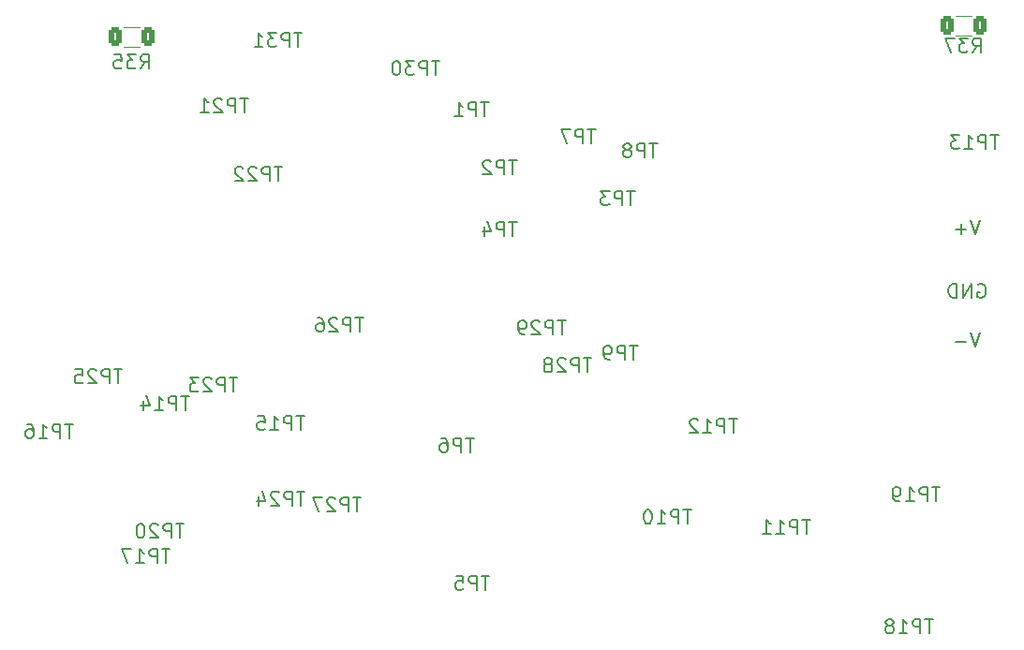
<source format=gbo>
G04 #@! TF.GenerationSoftware,KiCad,Pcbnew,8.0.4*
G04 #@! TF.CreationDate,2024-08-16T16:00:28+02:00*
G04 #@! TF.ProjectId,Purrtico_M,50757272-7469-4636-9f5f-4d2e6b696361,01*
G04 #@! TF.SameCoordinates,Original*
G04 #@! TF.FileFunction,Legend,Bot*
G04 #@! TF.FilePolarity,Positive*
%FSLAX46Y46*%
G04 Gerber Fmt 4.6, Leading zero omitted, Abs format (unit mm)*
G04 Created by KiCad (PCBNEW 8.0.4) date 2024-08-16 16:00:28*
%MOMM*%
%LPD*%
G01*
G04 APERTURE LIST*
G04 Aperture macros list*
%AMRoundRect*
0 Rectangle with rounded corners*
0 $1 Rounding radius*
0 $2 $3 $4 $5 $6 $7 $8 $9 X,Y pos of 4 corners*
0 Add a 4 corners polygon primitive as box body*
4,1,4,$2,$3,$4,$5,$6,$7,$8,$9,$2,$3,0*
0 Add four circle primitives for the rounded corners*
1,1,$1+$1,$2,$3*
1,1,$1+$1,$4,$5*
1,1,$1+$1,$6,$7*
1,1,$1+$1,$8,$9*
0 Add four rect primitives between the rounded corners*
20,1,$1+$1,$2,$3,$4,$5,0*
20,1,$1+$1,$4,$5,$6,$7,0*
20,1,$1+$1,$6,$7,$8,$9,0*
20,1,$1+$1,$8,$9,$2,$3,0*%
G04 Aperture macros list end*
%ADD10C,0.203200*%
%ADD11C,0.120000*%
%ADD12C,1.000000*%
%ADD13R,1.700000X1.700000*%
%ADD14O,1.700000X1.700000*%
%ADD15C,5.600000*%
%ADD16R,1.600000X1.600000*%
%ADD17C,1.600000*%
%ADD18RoundRect,0.250000X-0.312500X-0.625000X0.312500X-0.625000X0.312500X0.625000X-0.312500X0.625000X0*%
%ADD19RoundRect,0.250000X0.312500X0.625000X-0.312500X0.625000X-0.312500X-0.625000X0.312500X-0.625000X0*%
G04 APERTURE END LIST*
D10*
X167385363Y-46824009D02*
X166962030Y-48094009D01*
X166962030Y-48094009D02*
X166538696Y-46824009D01*
X166115364Y-47610199D02*
X165147745Y-47610199D01*
X165631554Y-48094009D02*
X165631554Y-47126390D01*
X167173696Y-52599485D02*
X167294649Y-52539009D01*
X167294649Y-52539009D02*
X167476077Y-52539009D01*
X167476077Y-52539009D02*
X167657506Y-52599485D01*
X167657506Y-52599485D02*
X167778458Y-52720437D01*
X167778458Y-52720437D02*
X167838935Y-52841390D01*
X167838935Y-52841390D02*
X167899411Y-53083294D01*
X167899411Y-53083294D02*
X167899411Y-53264723D01*
X167899411Y-53264723D02*
X167838935Y-53506628D01*
X167838935Y-53506628D02*
X167778458Y-53627580D01*
X167778458Y-53627580D02*
X167657506Y-53748533D01*
X167657506Y-53748533D02*
X167476077Y-53809009D01*
X167476077Y-53809009D02*
X167355125Y-53809009D01*
X167355125Y-53809009D02*
X167173696Y-53748533D01*
X167173696Y-53748533D02*
X167113220Y-53688056D01*
X167113220Y-53688056D02*
X167113220Y-53264723D01*
X167113220Y-53264723D02*
X167355125Y-53264723D01*
X166568935Y-53809009D02*
X166568935Y-52539009D01*
X166568935Y-52539009D02*
X165843220Y-53809009D01*
X165843220Y-53809009D02*
X165843220Y-52539009D01*
X165238459Y-53809009D02*
X165238459Y-52539009D01*
X165238459Y-52539009D02*
X164936078Y-52539009D01*
X164936078Y-52539009D02*
X164754649Y-52599485D01*
X164754649Y-52599485D02*
X164633697Y-52720437D01*
X164633697Y-52720437D02*
X164573220Y-52841390D01*
X164573220Y-52841390D02*
X164512744Y-53083294D01*
X164512744Y-53083294D02*
X164512744Y-53264723D01*
X164512744Y-53264723D02*
X164573220Y-53506628D01*
X164573220Y-53506628D02*
X164633697Y-53627580D01*
X164633697Y-53627580D02*
X164754649Y-53748533D01*
X164754649Y-53748533D02*
X164936078Y-53809009D01*
X164936078Y-53809009D02*
X165238459Y-53809009D01*
X167385363Y-56984009D02*
X166962030Y-58254009D01*
X166962030Y-58254009D02*
X166538696Y-56984009D01*
X166115364Y-57770199D02*
X165147745Y-57770199D01*
X111427380Y-71858959D02*
X110701666Y-71858959D01*
X111064523Y-73128959D02*
X111064523Y-71858959D01*
X110278333Y-73128959D02*
X110278333Y-71858959D01*
X110278333Y-71858959D02*
X109794523Y-71858959D01*
X109794523Y-71858959D02*
X109673571Y-71919435D01*
X109673571Y-71919435D02*
X109613094Y-71979911D01*
X109613094Y-71979911D02*
X109552618Y-72100863D01*
X109552618Y-72100863D02*
X109552618Y-72282292D01*
X109552618Y-72282292D02*
X109613094Y-72403244D01*
X109613094Y-72403244D02*
X109673571Y-72463721D01*
X109673571Y-72463721D02*
X109794523Y-72524197D01*
X109794523Y-72524197D02*
X110278333Y-72524197D01*
X109068809Y-71979911D02*
X109008333Y-71919435D01*
X109008333Y-71919435D02*
X108887380Y-71858959D01*
X108887380Y-71858959D02*
X108584999Y-71858959D01*
X108584999Y-71858959D02*
X108464047Y-71919435D01*
X108464047Y-71919435D02*
X108403571Y-71979911D01*
X108403571Y-71979911D02*
X108343094Y-72100863D01*
X108343094Y-72100863D02*
X108343094Y-72221816D01*
X108343094Y-72221816D02*
X108403571Y-72403244D01*
X108403571Y-72403244D02*
X109129285Y-73128959D01*
X109129285Y-73128959D02*
X108343094Y-73128959D01*
X107919761Y-71858959D02*
X107073094Y-71858959D01*
X107073094Y-71858959D02*
X107617380Y-73128959D01*
X122966618Y-36136959D02*
X122240904Y-36136959D01*
X122603761Y-37406959D02*
X122603761Y-36136959D01*
X121817571Y-37406959D02*
X121817571Y-36136959D01*
X121817571Y-36136959D02*
X121333761Y-36136959D01*
X121333761Y-36136959D02*
X121212809Y-36197435D01*
X121212809Y-36197435D02*
X121152332Y-36257911D01*
X121152332Y-36257911D02*
X121091856Y-36378863D01*
X121091856Y-36378863D02*
X121091856Y-36560292D01*
X121091856Y-36560292D02*
X121152332Y-36681244D01*
X121152332Y-36681244D02*
X121212809Y-36741721D01*
X121212809Y-36741721D02*
X121333761Y-36802197D01*
X121333761Y-36802197D02*
X121817571Y-36802197D01*
X119882332Y-37406959D02*
X120608047Y-37406959D01*
X120245190Y-37406959D02*
X120245190Y-36136959D01*
X120245190Y-36136959D02*
X120366142Y-36318387D01*
X120366142Y-36318387D02*
X120487094Y-36439340D01*
X120487094Y-36439340D02*
X120608047Y-36499816D01*
X129921380Y-55856959D02*
X129195666Y-55856959D01*
X129558523Y-57126959D02*
X129558523Y-55856959D01*
X128772333Y-57126959D02*
X128772333Y-55856959D01*
X128772333Y-55856959D02*
X128288523Y-55856959D01*
X128288523Y-55856959D02*
X128167571Y-55917435D01*
X128167571Y-55917435D02*
X128107094Y-55977911D01*
X128107094Y-55977911D02*
X128046618Y-56098863D01*
X128046618Y-56098863D02*
X128046618Y-56280292D01*
X128046618Y-56280292D02*
X128107094Y-56401244D01*
X128107094Y-56401244D02*
X128167571Y-56461721D01*
X128167571Y-56461721D02*
X128288523Y-56522197D01*
X128288523Y-56522197D02*
X128772333Y-56522197D01*
X127562809Y-55977911D02*
X127502333Y-55917435D01*
X127502333Y-55917435D02*
X127381380Y-55856959D01*
X127381380Y-55856959D02*
X127078999Y-55856959D01*
X127078999Y-55856959D02*
X126958047Y-55917435D01*
X126958047Y-55917435D02*
X126897571Y-55977911D01*
X126897571Y-55977911D02*
X126837094Y-56098863D01*
X126837094Y-56098863D02*
X126837094Y-56219816D01*
X126837094Y-56219816D02*
X126897571Y-56401244D01*
X126897571Y-56401244D02*
X127623285Y-57126959D01*
X127623285Y-57126959D02*
X126837094Y-57126959D01*
X126232332Y-57126959D02*
X125990428Y-57126959D01*
X125990428Y-57126959D02*
X125869475Y-57066483D01*
X125869475Y-57066483D02*
X125808999Y-57006006D01*
X125808999Y-57006006D02*
X125688047Y-56824578D01*
X125688047Y-56824578D02*
X125627570Y-56582673D01*
X125627570Y-56582673D02*
X125627570Y-56098863D01*
X125627570Y-56098863D02*
X125688047Y-55977911D01*
X125688047Y-55977911D02*
X125748523Y-55917435D01*
X125748523Y-55917435D02*
X125869475Y-55856959D01*
X125869475Y-55856959D02*
X126111380Y-55856959D01*
X126111380Y-55856959D02*
X126232332Y-55917435D01*
X126232332Y-55917435D02*
X126292809Y-55977911D01*
X126292809Y-55977911D02*
X126353285Y-56098863D01*
X126353285Y-56098863D02*
X126353285Y-56401244D01*
X126353285Y-56401244D02*
X126292809Y-56522197D01*
X126292809Y-56522197D02*
X126232332Y-56582673D01*
X126232332Y-56582673D02*
X126111380Y-56643149D01*
X126111380Y-56643149D02*
X125869475Y-56643149D01*
X125869475Y-56643149D02*
X125748523Y-56582673D01*
X125748523Y-56582673D02*
X125688047Y-56522197D01*
X125688047Y-56522197D02*
X125627570Y-56401244D01*
X132618618Y-38584959D02*
X131892904Y-38584959D01*
X132255761Y-39854959D02*
X132255761Y-38584959D01*
X131469571Y-39854959D02*
X131469571Y-38584959D01*
X131469571Y-38584959D02*
X130985761Y-38584959D01*
X130985761Y-38584959D02*
X130864809Y-38645435D01*
X130864809Y-38645435D02*
X130804332Y-38705911D01*
X130804332Y-38705911D02*
X130743856Y-38826863D01*
X130743856Y-38826863D02*
X130743856Y-39008292D01*
X130743856Y-39008292D02*
X130804332Y-39129244D01*
X130804332Y-39129244D02*
X130864809Y-39189721D01*
X130864809Y-39189721D02*
X130985761Y-39250197D01*
X130985761Y-39250197D02*
X131469571Y-39250197D01*
X130320523Y-38584959D02*
X129473856Y-38584959D01*
X129473856Y-38584959D02*
X130018142Y-39854959D01*
X132255380Y-59250959D02*
X131529666Y-59250959D01*
X131892523Y-60520959D02*
X131892523Y-59250959D01*
X131106333Y-60520959D02*
X131106333Y-59250959D01*
X131106333Y-59250959D02*
X130622523Y-59250959D01*
X130622523Y-59250959D02*
X130501571Y-59311435D01*
X130501571Y-59311435D02*
X130441094Y-59371911D01*
X130441094Y-59371911D02*
X130380618Y-59492863D01*
X130380618Y-59492863D02*
X130380618Y-59674292D01*
X130380618Y-59674292D02*
X130441094Y-59795244D01*
X130441094Y-59795244D02*
X130501571Y-59855721D01*
X130501571Y-59855721D02*
X130622523Y-59916197D01*
X130622523Y-59916197D02*
X131106333Y-59916197D01*
X129896809Y-59371911D02*
X129836333Y-59311435D01*
X129836333Y-59311435D02*
X129715380Y-59250959D01*
X129715380Y-59250959D02*
X129412999Y-59250959D01*
X129412999Y-59250959D02*
X129292047Y-59311435D01*
X129292047Y-59311435D02*
X129231571Y-59371911D01*
X129231571Y-59371911D02*
X129171094Y-59492863D01*
X129171094Y-59492863D02*
X129171094Y-59613816D01*
X129171094Y-59613816D02*
X129231571Y-59795244D01*
X129231571Y-59795244D02*
X129957285Y-60520959D01*
X129957285Y-60520959D02*
X129171094Y-60520959D01*
X128445380Y-59795244D02*
X128566332Y-59734768D01*
X128566332Y-59734768D02*
X128626809Y-59674292D01*
X128626809Y-59674292D02*
X128687285Y-59553340D01*
X128687285Y-59553340D02*
X128687285Y-59492863D01*
X128687285Y-59492863D02*
X128626809Y-59371911D01*
X128626809Y-59371911D02*
X128566332Y-59311435D01*
X128566332Y-59311435D02*
X128445380Y-59250959D01*
X128445380Y-59250959D02*
X128203475Y-59250959D01*
X128203475Y-59250959D02*
X128082523Y-59311435D01*
X128082523Y-59311435D02*
X128022047Y-59371911D01*
X128022047Y-59371911D02*
X127961570Y-59492863D01*
X127961570Y-59492863D02*
X127961570Y-59553340D01*
X127961570Y-59553340D02*
X128022047Y-59674292D01*
X128022047Y-59674292D02*
X128082523Y-59734768D01*
X128082523Y-59734768D02*
X128203475Y-59795244D01*
X128203475Y-59795244D02*
X128445380Y-59795244D01*
X128445380Y-59795244D02*
X128566332Y-59855721D01*
X128566332Y-59855721D02*
X128626809Y-59916197D01*
X128626809Y-59916197D02*
X128687285Y-60037149D01*
X128687285Y-60037149D02*
X128687285Y-60279054D01*
X128687285Y-60279054D02*
X128626809Y-60400006D01*
X128626809Y-60400006D02*
X128566332Y-60460483D01*
X128566332Y-60460483D02*
X128445380Y-60520959D01*
X128445380Y-60520959D02*
X128203475Y-60520959D01*
X128203475Y-60520959D02*
X128082523Y-60460483D01*
X128082523Y-60460483D02*
X128022047Y-60400006D01*
X128022047Y-60400006D02*
X127961570Y-60279054D01*
X127961570Y-60279054D02*
X127961570Y-60037149D01*
X127961570Y-60037149D02*
X128022047Y-59916197D01*
X128022047Y-59916197D02*
X128082523Y-59855721D01*
X128082523Y-59855721D02*
X128203475Y-59795244D01*
X104315380Y-41978959D02*
X103589666Y-41978959D01*
X103952523Y-43248959D02*
X103952523Y-41978959D01*
X103166333Y-43248959D02*
X103166333Y-41978959D01*
X103166333Y-41978959D02*
X102682523Y-41978959D01*
X102682523Y-41978959D02*
X102561571Y-42039435D01*
X102561571Y-42039435D02*
X102501094Y-42099911D01*
X102501094Y-42099911D02*
X102440618Y-42220863D01*
X102440618Y-42220863D02*
X102440618Y-42402292D01*
X102440618Y-42402292D02*
X102501094Y-42523244D01*
X102501094Y-42523244D02*
X102561571Y-42583721D01*
X102561571Y-42583721D02*
X102682523Y-42644197D01*
X102682523Y-42644197D02*
X103166333Y-42644197D01*
X101956809Y-42099911D02*
X101896333Y-42039435D01*
X101896333Y-42039435D02*
X101775380Y-41978959D01*
X101775380Y-41978959D02*
X101472999Y-41978959D01*
X101472999Y-41978959D02*
X101352047Y-42039435D01*
X101352047Y-42039435D02*
X101291571Y-42099911D01*
X101291571Y-42099911D02*
X101231094Y-42220863D01*
X101231094Y-42220863D02*
X101231094Y-42341816D01*
X101231094Y-42341816D02*
X101291571Y-42523244D01*
X101291571Y-42523244D02*
X102017285Y-43248959D01*
X102017285Y-43248959D02*
X101231094Y-43248959D01*
X100747285Y-42099911D02*
X100686809Y-42039435D01*
X100686809Y-42039435D02*
X100565856Y-41978959D01*
X100565856Y-41978959D02*
X100263475Y-41978959D01*
X100263475Y-41978959D02*
X100142523Y-42039435D01*
X100142523Y-42039435D02*
X100082047Y-42099911D01*
X100082047Y-42099911D02*
X100021570Y-42220863D01*
X100021570Y-42220863D02*
X100021570Y-42341816D01*
X100021570Y-42341816D02*
X100082047Y-42523244D01*
X100082047Y-42523244D02*
X100807761Y-43248959D01*
X100807761Y-43248959D02*
X100021570Y-43248959D01*
X138206618Y-39854959D02*
X137480904Y-39854959D01*
X137843761Y-41124959D02*
X137843761Y-39854959D01*
X137057571Y-41124959D02*
X137057571Y-39854959D01*
X137057571Y-39854959D02*
X136573761Y-39854959D01*
X136573761Y-39854959D02*
X136452809Y-39915435D01*
X136452809Y-39915435D02*
X136392332Y-39975911D01*
X136392332Y-39975911D02*
X136331856Y-40096863D01*
X136331856Y-40096863D02*
X136331856Y-40278292D01*
X136331856Y-40278292D02*
X136392332Y-40399244D01*
X136392332Y-40399244D02*
X136452809Y-40459721D01*
X136452809Y-40459721D02*
X136573761Y-40520197D01*
X136573761Y-40520197D02*
X137057571Y-40520197D01*
X135606142Y-40399244D02*
X135727094Y-40338768D01*
X135727094Y-40338768D02*
X135787571Y-40278292D01*
X135787571Y-40278292D02*
X135848047Y-40157340D01*
X135848047Y-40157340D02*
X135848047Y-40096863D01*
X135848047Y-40096863D02*
X135787571Y-39975911D01*
X135787571Y-39975911D02*
X135727094Y-39915435D01*
X135727094Y-39915435D02*
X135606142Y-39854959D01*
X135606142Y-39854959D02*
X135364237Y-39854959D01*
X135364237Y-39854959D02*
X135243285Y-39915435D01*
X135243285Y-39915435D02*
X135182809Y-39975911D01*
X135182809Y-39975911D02*
X135122332Y-40096863D01*
X135122332Y-40096863D02*
X135122332Y-40157340D01*
X135122332Y-40157340D02*
X135182809Y-40278292D01*
X135182809Y-40278292D02*
X135243285Y-40338768D01*
X135243285Y-40338768D02*
X135364237Y-40399244D01*
X135364237Y-40399244D02*
X135606142Y-40399244D01*
X135606142Y-40399244D02*
X135727094Y-40459721D01*
X135727094Y-40459721D02*
X135787571Y-40520197D01*
X135787571Y-40520197D02*
X135848047Y-40641149D01*
X135848047Y-40641149D02*
X135848047Y-40883054D01*
X135848047Y-40883054D02*
X135787571Y-41004006D01*
X135787571Y-41004006D02*
X135727094Y-41064483D01*
X135727094Y-41064483D02*
X135606142Y-41124959D01*
X135606142Y-41124959D02*
X135364237Y-41124959D01*
X135364237Y-41124959D02*
X135243285Y-41064483D01*
X135243285Y-41064483D02*
X135182809Y-41004006D01*
X135182809Y-41004006D02*
X135122332Y-40883054D01*
X135122332Y-40883054D02*
X135122332Y-40641149D01*
X135122332Y-40641149D02*
X135182809Y-40520197D01*
X135182809Y-40520197D02*
X135243285Y-40459721D01*
X135243285Y-40459721D02*
X135364237Y-40399244D01*
X100251380Y-61028959D02*
X99525666Y-61028959D01*
X99888523Y-62298959D02*
X99888523Y-61028959D01*
X99102333Y-62298959D02*
X99102333Y-61028959D01*
X99102333Y-61028959D02*
X98618523Y-61028959D01*
X98618523Y-61028959D02*
X98497571Y-61089435D01*
X98497571Y-61089435D02*
X98437094Y-61149911D01*
X98437094Y-61149911D02*
X98376618Y-61270863D01*
X98376618Y-61270863D02*
X98376618Y-61452292D01*
X98376618Y-61452292D02*
X98437094Y-61573244D01*
X98437094Y-61573244D02*
X98497571Y-61633721D01*
X98497571Y-61633721D02*
X98618523Y-61694197D01*
X98618523Y-61694197D02*
X99102333Y-61694197D01*
X97892809Y-61149911D02*
X97832333Y-61089435D01*
X97832333Y-61089435D02*
X97711380Y-61028959D01*
X97711380Y-61028959D02*
X97408999Y-61028959D01*
X97408999Y-61028959D02*
X97288047Y-61089435D01*
X97288047Y-61089435D02*
X97227571Y-61149911D01*
X97227571Y-61149911D02*
X97167094Y-61270863D01*
X97167094Y-61270863D02*
X97167094Y-61391816D01*
X97167094Y-61391816D02*
X97227571Y-61573244D01*
X97227571Y-61573244D02*
X97953285Y-62298959D01*
X97953285Y-62298959D02*
X97167094Y-62298959D01*
X96743761Y-61028959D02*
X95957570Y-61028959D01*
X95957570Y-61028959D02*
X96380904Y-61512768D01*
X96380904Y-61512768D02*
X96199475Y-61512768D01*
X96199475Y-61512768D02*
X96078523Y-61573244D01*
X96078523Y-61573244D02*
X96018047Y-61633721D01*
X96018047Y-61633721D02*
X95957570Y-61754673D01*
X95957570Y-61754673D02*
X95957570Y-62057054D01*
X95957570Y-62057054D02*
X96018047Y-62178006D01*
X96018047Y-62178006D02*
X96078523Y-62238483D01*
X96078523Y-62238483D02*
X96199475Y-62298959D01*
X96199475Y-62298959D02*
X96562332Y-62298959D01*
X96562332Y-62298959D02*
X96683285Y-62238483D01*
X96683285Y-62238483D02*
X96743761Y-62178006D01*
X169037380Y-39092959D02*
X168311666Y-39092959D01*
X168674523Y-40362959D02*
X168674523Y-39092959D01*
X167888333Y-40362959D02*
X167888333Y-39092959D01*
X167888333Y-39092959D02*
X167404523Y-39092959D01*
X167404523Y-39092959D02*
X167283571Y-39153435D01*
X167283571Y-39153435D02*
X167223094Y-39213911D01*
X167223094Y-39213911D02*
X167162618Y-39334863D01*
X167162618Y-39334863D02*
X167162618Y-39516292D01*
X167162618Y-39516292D02*
X167223094Y-39637244D01*
X167223094Y-39637244D02*
X167283571Y-39697721D01*
X167283571Y-39697721D02*
X167404523Y-39758197D01*
X167404523Y-39758197D02*
X167888333Y-39758197D01*
X165953094Y-40362959D02*
X166678809Y-40362959D01*
X166315952Y-40362959D02*
X166315952Y-39092959D01*
X166315952Y-39092959D02*
X166436904Y-39274387D01*
X166436904Y-39274387D02*
X166557856Y-39395340D01*
X166557856Y-39395340D02*
X166678809Y-39455816D01*
X165529761Y-39092959D02*
X164743570Y-39092959D01*
X164743570Y-39092959D02*
X165166904Y-39576768D01*
X165166904Y-39576768D02*
X164985475Y-39576768D01*
X164985475Y-39576768D02*
X164864523Y-39637244D01*
X164864523Y-39637244D02*
X164804047Y-39697721D01*
X164804047Y-39697721D02*
X164743570Y-39818673D01*
X164743570Y-39818673D02*
X164743570Y-40121054D01*
X164743570Y-40121054D02*
X164804047Y-40242006D01*
X164804047Y-40242006D02*
X164864523Y-40302483D01*
X164864523Y-40302483D02*
X164985475Y-40362959D01*
X164985475Y-40362959D02*
X165348332Y-40362959D01*
X165348332Y-40362959D02*
X165469285Y-40302483D01*
X165469285Y-40302483D02*
X165529761Y-40242006D01*
X152019380Y-73890959D02*
X151293666Y-73890959D01*
X151656523Y-75160959D02*
X151656523Y-73890959D01*
X150870333Y-75160959D02*
X150870333Y-73890959D01*
X150870333Y-73890959D02*
X150386523Y-73890959D01*
X150386523Y-73890959D02*
X150265571Y-73951435D01*
X150265571Y-73951435D02*
X150205094Y-74011911D01*
X150205094Y-74011911D02*
X150144618Y-74132863D01*
X150144618Y-74132863D02*
X150144618Y-74314292D01*
X150144618Y-74314292D02*
X150205094Y-74435244D01*
X150205094Y-74435244D02*
X150265571Y-74495721D01*
X150265571Y-74495721D02*
X150386523Y-74556197D01*
X150386523Y-74556197D02*
X150870333Y-74556197D01*
X148935094Y-75160959D02*
X149660809Y-75160959D01*
X149297952Y-75160959D02*
X149297952Y-73890959D01*
X149297952Y-73890959D02*
X149418904Y-74072387D01*
X149418904Y-74072387D02*
X149539856Y-74193340D01*
X149539856Y-74193340D02*
X149660809Y-74253816D01*
X147725570Y-75160959D02*
X148451285Y-75160959D01*
X148088428Y-75160959D02*
X148088428Y-73890959D01*
X148088428Y-73890959D02*
X148209380Y-74072387D01*
X148209380Y-74072387D02*
X148330332Y-74193340D01*
X148330332Y-74193340D02*
X148451285Y-74253816D01*
X95885380Y-62714959D02*
X95159666Y-62714959D01*
X95522523Y-63984959D02*
X95522523Y-62714959D01*
X94736333Y-63984959D02*
X94736333Y-62714959D01*
X94736333Y-62714959D02*
X94252523Y-62714959D01*
X94252523Y-62714959D02*
X94131571Y-62775435D01*
X94131571Y-62775435D02*
X94071094Y-62835911D01*
X94071094Y-62835911D02*
X94010618Y-62956863D01*
X94010618Y-62956863D02*
X94010618Y-63138292D01*
X94010618Y-63138292D02*
X94071094Y-63259244D01*
X94071094Y-63259244D02*
X94131571Y-63319721D01*
X94131571Y-63319721D02*
X94252523Y-63380197D01*
X94252523Y-63380197D02*
X94736333Y-63380197D01*
X92801094Y-63984959D02*
X93526809Y-63984959D01*
X93163952Y-63984959D02*
X93163952Y-62714959D01*
X93163952Y-62714959D02*
X93284904Y-62896387D01*
X93284904Y-62896387D02*
X93405856Y-63017340D01*
X93405856Y-63017340D02*
X93526809Y-63077816D01*
X91712523Y-63138292D02*
X91712523Y-63984959D01*
X92014904Y-62654483D02*
X92317285Y-63561625D01*
X92317285Y-63561625D02*
X91531094Y-63561625D01*
X85392380Y-65219959D02*
X84666666Y-65219959D01*
X85029523Y-66489959D02*
X85029523Y-65219959D01*
X84243333Y-66489959D02*
X84243333Y-65219959D01*
X84243333Y-65219959D02*
X83759523Y-65219959D01*
X83759523Y-65219959D02*
X83638571Y-65280435D01*
X83638571Y-65280435D02*
X83578094Y-65340911D01*
X83578094Y-65340911D02*
X83517618Y-65461863D01*
X83517618Y-65461863D02*
X83517618Y-65643292D01*
X83517618Y-65643292D02*
X83578094Y-65764244D01*
X83578094Y-65764244D02*
X83638571Y-65824721D01*
X83638571Y-65824721D02*
X83759523Y-65885197D01*
X83759523Y-65885197D02*
X84243333Y-65885197D01*
X82308094Y-66489959D02*
X83033809Y-66489959D01*
X82670952Y-66489959D02*
X82670952Y-65219959D01*
X82670952Y-65219959D02*
X82791904Y-65401387D01*
X82791904Y-65401387D02*
X82912856Y-65522340D01*
X82912856Y-65522340D02*
X83033809Y-65582816D01*
X81219523Y-65219959D02*
X81461428Y-65219959D01*
X81461428Y-65219959D02*
X81582380Y-65280435D01*
X81582380Y-65280435D02*
X81642856Y-65340911D01*
X81642856Y-65340911D02*
X81763809Y-65522340D01*
X81763809Y-65522340D02*
X81824285Y-65764244D01*
X81824285Y-65764244D02*
X81824285Y-66248054D01*
X81824285Y-66248054D02*
X81763809Y-66369006D01*
X81763809Y-66369006D02*
X81703332Y-66429483D01*
X81703332Y-66429483D02*
X81582380Y-66489959D01*
X81582380Y-66489959D02*
X81340475Y-66489959D01*
X81340475Y-66489959D02*
X81219523Y-66429483D01*
X81219523Y-66429483D02*
X81159047Y-66369006D01*
X81159047Y-66369006D02*
X81098570Y-66248054D01*
X81098570Y-66248054D02*
X81098570Y-65945673D01*
X81098570Y-65945673D02*
X81159047Y-65824721D01*
X81159047Y-65824721D02*
X81219523Y-65764244D01*
X81219523Y-65764244D02*
X81340475Y-65703768D01*
X81340475Y-65703768D02*
X81582380Y-65703768D01*
X81582380Y-65703768D02*
X81703332Y-65764244D01*
X81703332Y-65764244D02*
X81763809Y-65824721D01*
X81763809Y-65824721D02*
X81824285Y-65945673D01*
X118539380Y-32402959D02*
X117813666Y-32402959D01*
X118176523Y-33672959D02*
X118176523Y-32402959D01*
X117390333Y-33672959D02*
X117390333Y-32402959D01*
X117390333Y-32402959D02*
X116906523Y-32402959D01*
X116906523Y-32402959D02*
X116785571Y-32463435D01*
X116785571Y-32463435D02*
X116725094Y-32523911D01*
X116725094Y-32523911D02*
X116664618Y-32644863D01*
X116664618Y-32644863D02*
X116664618Y-32826292D01*
X116664618Y-32826292D02*
X116725094Y-32947244D01*
X116725094Y-32947244D02*
X116785571Y-33007721D01*
X116785571Y-33007721D02*
X116906523Y-33068197D01*
X116906523Y-33068197D02*
X117390333Y-33068197D01*
X116241285Y-32402959D02*
X115455094Y-32402959D01*
X115455094Y-32402959D02*
X115878428Y-32886768D01*
X115878428Y-32886768D02*
X115696999Y-32886768D01*
X115696999Y-32886768D02*
X115576047Y-32947244D01*
X115576047Y-32947244D02*
X115515571Y-33007721D01*
X115515571Y-33007721D02*
X115455094Y-33128673D01*
X115455094Y-33128673D02*
X115455094Y-33431054D01*
X115455094Y-33431054D02*
X115515571Y-33552006D01*
X115515571Y-33552006D02*
X115576047Y-33612483D01*
X115576047Y-33612483D02*
X115696999Y-33672959D01*
X115696999Y-33672959D02*
X116059856Y-33672959D01*
X116059856Y-33672959D02*
X116180809Y-33612483D01*
X116180809Y-33612483D02*
X116241285Y-33552006D01*
X114668904Y-32402959D02*
X114547951Y-32402959D01*
X114547951Y-32402959D02*
X114426999Y-32463435D01*
X114426999Y-32463435D02*
X114366523Y-32523911D01*
X114366523Y-32523911D02*
X114306047Y-32644863D01*
X114306047Y-32644863D02*
X114245570Y-32886768D01*
X114245570Y-32886768D02*
X114245570Y-33189149D01*
X114245570Y-33189149D02*
X114306047Y-33431054D01*
X114306047Y-33431054D02*
X114366523Y-33552006D01*
X114366523Y-33552006D02*
X114426999Y-33612483D01*
X114426999Y-33612483D02*
X114547951Y-33672959D01*
X114547951Y-33672959D02*
X114668904Y-33672959D01*
X114668904Y-33672959D02*
X114789856Y-33612483D01*
X114789856Y-33612483D02*
X114850332Y-33552006D01*
X114850332Y-33552006D02*
X114910809Y-33431054D01*
X114910809Y-33431054D02*
X114971285Y-33189149D01*
X114971285Y-33189149D02*
X114971285Y-32886768D01*
X114971285Y-32886768D02*
X114910809Y-32644863D01*
X114910809Y-32644863D02*
X114850332Y-32523911D01*
X114850332Y-32523911D02*
X114789856Y-32463435D01*
X114789856Y-32463435D02*
X114668904Y-32402959D01*
X89837380Y-60266959D02*
X89111666Y-60266959D01*
X89474523Y-61536959D02*
X89474523Y-60266959D01*
X88688333Y-61536959D02*
X88688333Y-60266959D01*
X88688333Y-60266959D02*
X88204523Y-60266959D01*
X88204523Y-60266959D02*
X88083571Y-60327435D01*
X88083571Y-60327435D02*
X88023094Y-60387911D01*
X88023094Y-60387911D02*
X87962618Y-60508863D01*
X87962618Y-60508863D02*
X87962618Y-60690292D01*
X87962618Y-60690292D02*
X88023094Y-60811244D01*
X88023094Y-60811244D02*
X88083571Y-60871721D01*
X88083571Y-60871721D02*
X88204523Y-60932197D01*
X88204523Y-60932197D02*
X88688333Y-60932197D01*
X87478809Y-60387911D02*
X87418333Y-60327435D01*
X87418333Y-60327435D02*
X87297380Y-60266959D01*
X87297380Y-60266959D02*
X86994999Y-60266959D01*
X86994999Y-60266959D02*
X86874047Y-60327435D01*
X86874047Y-60327435D02*
X86813571Y-60387911D01*
X86813571Y-60387911D02*
X86753094Y-60508863D01*
X86753094Y-60508863D02*
X86753094Y-60629816D01*
X86753094Y-60629816D02*
X86813571Y-60811244D01*
X86813571Y-60811244D02*
X87539285Y-61536959D01*
X87539285Y-61536959D02*
X86753094Y-61536959D01*
X85604047Y-60266959D02*
X86208809Y-60266959D01*
X86208809Y-60266959D02*
X86269285Y-60871721D01*
X86269285Y-60871721D02*
X86208809Y-60811244D01*
X86208809Y-60811244D02*
X86087856Y-60750768D01*
X86087856Y-60750768D02*
X85785475Y-60750768D01*
X85785475Y-60750768D02*
X85664523Y-60811244D01*
X85664523Y-60811244D02*
X85604047Y-60871721D01*
X85604047Y-60871721D02*
X85543570Y-60992673D01*
X85543570Y-60992673D02*
X85543570Y-61295054D01*
X85543570Y-61295054D02*
X85604047Y-61416006D01*
X85604047Y-61416006D02*
X85664523Y-61476483D01*
X85664523Y-61476483D02*
X85785475Y-61536959D01*
X85785475Y-61536959D02*
X86087856Y-61536959D01*
X86087856Y-61536959D02*
X86208809Y-61476483D01*
X86208809Y-61476483D02*
X86269285Y-61416006D01*
X136174618Y-44172959D02*
X135448904Y-44172959D01*
X135811761Y-45442959D02*
X135811761Y-44172959D01*
X135025571Y-45442959D02*
X135025571Y-44172959D01*
X135025571Y-44172959D02*
X134541761Y-44172959D01*
X134541761Y-44172959D02*
X134420809Y-44233435D01*
X134420809Y-44233435D02*
X134360332Y-44293911D01*
X134360332Y-44293911D02*
X134299856Y-44414863D01*
X134299856Y-44414863D02*
X134299856Y-44596292D01*
X134299856Y-44596292D02*
X134360332Y-44717244D01*
X134360332Y-44717244D02*
X134420809Y-44777721D01*
X134420809Y-44777721D02*
X134541761Y-44838197D01*
X134541761Y-44838197D02*
X135025571Y-44838197D01*
X133876523Y-44172959D02*
X133090332Y-44172959D01*
X133090332Y-44172959D02*
X133513666Y-44656768D01*
X133513666Y-44656768D02*
X133332237Y-44656768D01*
X133332237Y-44656768D02*
X133211285Y-44717244D01*
X133211285Y-44717244D02*
X133150809Y-44777721D01*
X133150809Y-44777721D02*
X133090332Y-44898673D01*
X133090332Y-44898673D02*
X133090332Y-45201054D01*
X133090332Y-45201054D02*
X133150809Y-45322006D01*
X133150809Y-45322006D02*
X133211285Y-45382483D01*
X133211285Y-45382483D02*
X133332237Y-45442959D01*
X133332237Y-45442959D02*
X133695094Y-45442959D01*
X133695094Y-45442959D02*
X133816047Y-45382483D01*
X133816047Y-45382483D02*
X133876523Y-45322006D01*
X123014618Y-78935959D02*
X122288904Y-78935959D01*
X122651761Y-80205959D02*
X122651761Y-78935959D01*
X121865571Y-80205959D02*
X121865571Y-78935959D01*
X121865571Y-78935959D02*
X121381761Y-78935959D01*
X121381761Y-78935959D02*
X121260809Y-78996435D01*
X121260809Y-78996435D02*
X121200332Y-79056911D01*
X121200332Y-79056911D02*
X121139856Y-79177863D01*
X121139856Y-79177863D02*
X121139856Y-79359292D01*
X121139856Y-79359292D02*
X121200332Y-79480244D01*
X121200332Y-79480244D02*
X121260809Y-79540721D01*
X121260809Y-79540721D02*
X121381761Y-79601197D01*
X121381761Y-79601197D02*
X121865571Y-79601197D01*
X119990809Y-78935959D02*
X120595571Y-78935959D01*
X120595571Y-78935959D02*
X120656047Y-79540721D01*
X120656047Y-79540721D02*
X120595571Y-79480244D01*
X120595571Y-79480244D02*
X120474618Y-79419768D01*
X120474618Y-79419768D02*
X120172237Y-79419768D01*
X120172237Y-79419768D02*
X120051285Y-79480244D01*
X120051285Y-79480244D02*
X119990809Y-79540721D01*
X119990809Y-79540721D02*
X119930332Y-79661673D01*
X119930332Y-79661673D02*
X119930332Y-79964054D01*
X119930332Y-79964054D02*
X119990809Y-80085006D01*
X119990809Y-80085006D02*
X120051285Y-80145483D01*
X120051285Y-80145483D02*
X120172237Y-80205959D01*
X120172237Y-80205959D02*
X120474618Y-80205959D01*
X120474618Y-80205959D02*
X120595571Y-80145483D01*
X120595571Y-80145483D02*
X120656047Y-80085006D01*
X163751380Y-70934959D02*
X163025666Y-70934959D01*
X163388523Y-72204959D02*
X163388523Y-70934959D01*
X162602333Y-72204959D02*
X162602333Y-70934959D01*
X162602333Y-70934959D02*
X162118523Y-70934959D01*
X162118523Y-70934959D02*
X161997571Y-70995435D01*
X161997571Y-70995435D02*
X161937094Y-71055911D01*
X161937094Y-71055911D02*
X161876618Y-71176863D01*
X161876618Y-71176863D02*
X161876618Y-71358292D01*
X161876618Y-71358292D02*
X161937094Y-71479244D01*
X161937094Y-71479244D02*
X161997571Y-71539721D01*
X161997571Y-71539721D02*
X162118523Y-71600197D01*
X162118523Y-71600197D02*
X162602333Y-71600197D01*
X160667094Y-72204959D02*
X161392809Y-72204959D01*
X161029952Y-72204959D02*
X161029952Y-70934959D01*
X161029952Y-70934959D02*
X161150904Y-71116387D01*
X161150904Y-71116387D02*
X161271856Y-71237340D01*
X161271856Y-71237340D02*
X161392809Y-71297816D01*
X160062332Y-72204959D02*
X159820428Y-72204959D01*
X159820428Y-72204959D02*
X159699475Y-72144483D01*
X159699475Y-72144483D02*
X159638999Y-72084006D01*
X159638999Y-72084006D02*
X159518047Y-71902578D01*
X159518047Y-71902578D02*
X159457570Y-71660673D01*
X159457570Y-71660673D02*
X159457570Y-71176863D01*
X159457570Y-71176863D02*
X159518047Y-71055911D01*
X159518047Y-71055911D02*
X159578523Y-70995435D01*
X159578523Y-70995435D02*
X159699475Y-70934959D01*
X159699475Y-70934959D02*
X159941380Y-70934959D01*
X159941380Y-70934959D02*
X160062332Y-70995435D01*
X160062332Y-70995435D02*
X160122809Y-71055911D01*
X160122809Y-71055911D02*
X160183285Y-71176863D01*
X160183285Y-71176863D02*
X160183285Y-71479244D01*
X160183285Y-71479244D02*
X160122809Y-71600197D01*
X160122809Y-71600197D02*
X160062332Y-71660673D01*
X160062332Y-71660673D02*
X159941380Y-71721149D01*
X159941380Y-71721149D02*
X159699475Y-71721149D01*
X159699475Y-71721149D02*
X159578523Y-71660673D01*
X159578523Y-71660673D02*
X159518047Y-71600197D01*
X159518047Y-71600197D02*
X159457570Y-71479244D01*
X94155380Y-76522959D02*
X93429666Y-76522959D01*
X93792523Y-77792959D02*
X93792523Y-76522959D01*
X93006333Y-77792959D02*
X93006333Y-76522959D01*
X93006333Y-76522959D02*
X92522523Y-76522959D01*
X92522523Y-76522959D02*
X92401571Y-76583435D01*
X92401571Y-76583435D02*
X92341094Y-76643911D01*
X92341094Y-76643911D02*
X92280618Y-76764863D01*
X92280618Y-76764863D02*
X92280618Y-76946292D01*
X92280618Y-76946292D02*
X92341094Y-77067244D01*
X92341094Y-77067244D02*
X92401571Y-77127721D01*
X92401571Y-77127721D02*
X92522523Y-77188197D01*
X92522523Y-77188197D02*
X93006333Y-77188197D01*
X91071094Y-77792959D02*
X91796809Y-77792959D01*
X91433952Y-77792959D02*
X91433952Y-76522959D01*
X91433952Y-76522959D02*
X91554904Y-76704387D01*
X91554904Y-76704387D02*
X91675856Y-76825340D01*
X91675856Y-76825340D02*
X91796809Y-76885816D01*
X90647761Y-76522959D02*
X89801094Y-76522959D01*
X89801094Y-76522959D02*
X90345380Y-77792959D01*
X136428618Y-58142959D02*
X135702904Y-58142959D01*
X136065761Y-59412959D02*
X136065761Y-58142959D01*
X135279571Y-59412959D02*
X135279571Y-58142959D01*
X135279571Y-58142959D02*
X134795761Y-58142959D01*
X134795761Y-58142959D02*
X134674809Y-58203435D01*
X134674809Y-58203435D02*
X134614332Y-58263911D01*
X134614332Y-58263911D02*
X134553856Y-58384863D01*
X134553856Y-58384863D02*
X134553856Y-58566292D01*
X134553856Y-58566292D02*
X134614332Y-58687244D01*
X134614332Y-58687244D02*
X134674809Y-58747721D01*
X134674809Y-58747721D02*
X134795761Y-58808197D01*
X134795761Y-58808197D02*
X135279571Y-58808197D01*
X133949094Y-59412959D02*
X133707190Y-59412959D01*
X133707190Y-59412959D02*
X133586237Y-59352483D01*
X133586237Y-59352483D02*
X133525761Y-59292006D01*
X133525761Y-59292006D02*
X133404809Y-59110578D01*
X133404809Y-59110578D02*
X133344332Y-58868673D01*
X133344332Y-58868673D02*
X133344332Y-58384863D01*
X133344332Y-58384863D02*
X133404809Y-58263911D01*
X133404809Y-58263911D02*
X133465285Y-58203435D01*
X133465285Y-58203435D02*
X133586237Y-58142959D01*
X133586237Y-58142959D02*
X133828142Y-58142959D01*
X133828142Y-58142959D02*
X133949094Y-58203435D01*
X133949094Y-58203435D02*
X134009571Y-58263911D01*
X134009571Y-58263911D02*
X134070047Y-58384863D01*
X134070047Y-58384863D02*
X134070047Y-58687244D01*
X134070047Y-58687244D02*
X134009571Y-58808197D01*
X134009571Y-58808197D02*
X133949094Y-58868673D01*
X133949094Y-58868673D02*
X133828142Y-58929149D01*
X133828142Y-58929149D02*
X133586237Y-58929149D01*
X133586237Y-58929149D02*
X133465285Y-58868673D01*
X133465285Y-58868673D02*
X133404809Y-58808197D01*
X133404809Y-58808197D02*
X133344332Y-58687244D01*
X125506618Y-46966959D02*
X124780904Y-46966959D01*
X125143761Y-48236959D02*
X125143761Y-46966959D01*
X124357571Y-48236959D02*
X124357571Y-46966959D01*
X124357571Y-46966959D02*
X123873761Y-46966959D01*
X123873761Y-46966959D02*
X123752809Y-47027435D01*
X123752809Y-47027435D02*
X123692332Y-47087911D01*
X123692332Y-47087911D02*
X123631856Y-47208863D01*
X123631856Y-47208863D02*
X123631856Y-47390292D01*
X123631856Y-47390292D02*
X123692332Y-47511244D01*
X123692332Y-47511244D02*
X123752809Y-47571721D01*
X123752809Y-47571721D02*
X123873761Y-47632197D01*
X123873761Y-47632197D02*
X124357571Y-47632197D01*
X122543285Y-47390292D02*
X122543285Y-48236959D01*
X122845666Y-46906483D02*
X123148047Y-47813625D01*
X123148047Y-47813625D02*
X122361856Y-47813625D01*
X95425380Y-74236959D02*
X94699666Y-74236959D01*
X95062523Y-75506959D02*
X95062523Y-74236959D01*
X94276333Y-75506959D02*
X94276333Y-74236959D01*
X94276333Y-74236959D02*
X93792523Y-74236959D01*
X93792523Y-74236959D02*
X93671571Y-74297435D01*
X93671571Y-74297435D02*
X93611094Y-74357911D01*
X93611094Y-74357911D02*
X93550618Y-74478863D01*
X93550618Y-74478863D02*
X93550618Y-74660292D01*
X93550618Y-74660292D02*
X93611094Y-74781244D01*
X93611094Y-74781244D02*
X93671571Y-74841721D01*
X93671571Y-74841721D02*
X93792523Y-74902197D01*
X93792523Y-74902197D02*
X94276333Y-74902197D01*
X93066809Y-74357911D02*
X93006333Y-74297435D01*
X93006333Y-74297435D02*
X92885380Y-74236959D01*
X92885380Y-74236959D02*
X92582999Y-74236959D01*
X92582999Y-74236959D02*
X92462047Y-74297435D01*
X92462047Y-74297435D02*
X92401571Y-74357911D01*
X92401571Y-74357911D02*
X92341094Y-74478863D01*
X92341094Y-74478863D02*
X92341094Y-74599816D01*
X92341094Y-74599816D02*
X92401571Y-74781244D01*
X92401571Y-74781244D02*
X93127285Y-75506959D01*
X93127285Y-75506959D02*
X92341094Y-75506959D01*
X91554904Y-74236959D02*
X91433951Y-74236959D01*
X91433951Y-74236959D02*
X91312999Y-74297435D01*
X91312999Y-74297435D02*
X91252523Y-74357911D01*
X91252523Y-74357911D02*
X91192047Y-74478863D01*
X91192047Y-74478863D02*
X91131570Y-74720768D01*
X91131570Y-74720768D02*
X91131570Y-75023149D01*
X91131570Y-75023149D02*
X91192047Y-75265054D01*
X91192047Y-75265054D02*
X91252523Y-75386006D01*
X91252523Y-75386006D02*
X91312999Y-75446483D01*
X91312999Y-75446483D02*
X91433951Y-75506959D01*
X91433951Y-75506959D02*
X91554904Y-75506959D01*
X91554904Y-75506959D02*
X91675856Y-75446483D01*
X91675856Y-75446483D02*
X91736332Y-75386006D01*
X91736332Y-75386006D02*
X91796809Y-75265054D01*
X91796809Y-75265054D02*
X91857285Y-75023149D01*
X91857285Y-75023149D02*
X91857285Y-74720768D01*
X91857285Y-74720768D02*
X91796809Y-74478863D01*
X91796809Y-74478863D02*
X91736332Y-74357911D01*
X91736332Y-74357911D02*
X91675856Y-74297435D01*
X91675856Y-74297435D02*
X91554904Y-74236959D01*
X106299380Y-64492959D02*
X105573666Y-64492959D01*
X105936523Y-65762959D02*
X105936523Y-64492959D01*
X105150333Y-65762959D02*
X105150333Y-64492959D01*
X105150333Y-64492959D02*
X104666523Y-64492959D01*
X104666523Y-64492959D02*
X104545571Y-64553435D01*
X104545571Y-64553435D02*
X104485094Y-64613911D01*
X104485094Y-64613911D02*
X104424618Y-64734863D01*
X104424618Y-64734863D02*
X104424618Y-64916292D01*
X104424618Y-64916292D02*
X104485094Y-65037244D01*
X104485094Y-65037244D02*
X104545571Y-65097721D01*
X104545571Y-65097721D02*
X104666523Y-65158197D01*
X104666523Y-65158197D02*
X105150333Y-65158197D01*
X103215094Y-65762959D02*
X103940809Y-65762959D01*
X103577952Y-65762959D02*
X103577952Y-64492959D01*
X103577952Y-64492959D02*
X103698904Y-64674387D01*
X103698904Y-64674387D02*
X103819856Y-64795340D01*
X103819856Y-64795340D02*
X103940809Y-64855816D01*
X102066047Y-64492959D02*
X102670809Y-64492959D01*
X102670809Y-64492959D02*
X102731285Y-65097721D01*
X102731285Y-65097721D02*
X102670809Y-65037244D01*
X102670809Y-65037244D02*
X102549856Y-64976768D01*
X102549856Y-64976768D02*
X102247475Y-64976768D01*
X102247475Y-64976768D02*
X102126523Y-65037244D01*
X102126523Y-65037244D02*
X102066047Y-65097721D01*
X102066047Y-65097721D02*
X102005570Y-65218673D01*
X102005570Y-65218673D02*
X102005570Y-65521054D01*
X102005570Y-65521054D02*
X102066047Y-65642006D01*
X102066047Y-65642006D02*
X102126523Y-65702483D01*
X102126523Y-65702483D02*
X102247475Y-65762959D01*
X102247475Y-65762959D02*
X102549856Y-65762959D01*
X102549856Y-65762959D02*
X102670809Y-65702483D01*
X102670809Y-65702483D02*
X102731285Y-65642006D01*
X111633380Y-55602959D02*
X110907666Y-55602959D01*
X111270523Y-56872959D02*
X111270523Y-55602959D01*
X110484333Y-56872959D02*
X110484333Y-55602959D01*
X110484333Y-55602959D02*
X110000523Y-55602959D01*
X110000523Y-55602959D02*
X109879571Y-55663435D01*
X109879571Y-55663435D02*
X109819094Y-55723911D01*
X109819094Y-55723911D02*
X109758618Y-55844863D01*
X109758618Y-55844863D02*
X109758618Y-56026292D01*
X109758618Y-56026292D02*
X109819094Y-56147244D01*
X109819094Y-56147244D02*
X109879571Y-56207721D01*
X109879571Y-56207721D02*
X110000523Y-56268197D01*
X110000523Y-56268197D02*
X110484333Y-56268197D01*
X109274809Y-55723911D02*
X109214333Y-55663435D01*
X109214333Y-55663435D02*
X109093380Y-55602959D01*
X109093380Y-55602959D02*
X108790999Y-55602959D01*
X108790999Y-55602959D02*
X108670047Y-55663435D01*
X108670047Y-55663435D02*
X108609571Y-55723911D01*
X108609571Y-55723911D02*
X108549094Y-55844863D01*
X108549094Y-55844863D02*
X108549094Y-55965816D01*
X108549094Y-55965816D02*
X108609571Y-56147244D01*
X108609571Y-56147244D02*
X109335285Y-56872959D01*
X109335285Y-56872959D02*
X108549094Y-56872959D01*
X107460523Y-55602959D02*
X107702428Y-55602959D01*
X107702428Y-55602959D02*
X107823380Y-55663435D01*
X107823380Y-55663435D02*
X107883856Y-55723911D01*
X107883856Y-55723911D02*
X108004809Y-55905340D01*
X108004809Y-55905340D02*
X108065285Y-56147244D01*
X108065285Y-56147244D02*
X108065285Y-56631054D01*
X108065285Y-56631054D02*
X108004809Y-56752006D01*
X108004809Y-56752006D02*
X107944332Y-56812483D01*
X107944332Y-56812483D02*
X107823380Y-56872959D01*
X107823380Y-56872959D02*
X107581475Y-56872959D01*
X107581475Y-56872959D02*
X107460523Y-56812483D01*
X107460523Y-56812483D02*
X107400047Y-56752006D01*
X107400047Y-56752006D02*
X107339570Y-56631054D01*
X107339570Y-56631054D02*
X107339570Y-56328673D01*
X107339570Y-56328673D02*
X107400047Y-56207721D01*
X107400047Y-56207721D02*
X107460523Y-56147244D01*
X107460523Y-56147244D02*
X107581475Y-56086768D01*
X107581475Y-56086768D02*
X107823380Y-56086768D01*
X107823380Y-56086768D02*
X107944332Y-56147244D01*
X107944332Y-56147244D02*
X108004809Y-56207721D01*
X108004809Y-56207721D02*
X108065285Y-56328673D01*
X121617618Y-66489959D02*
X120891904Y-66489959D01*
X121254761Y-67759959D02*
X121254761Y-66489959D01*
X120468571Y-67759959D02*
X120468571Y-66489959D01*
X120468571Y-66489959D02*
X119984761Y-66489959D01*
X119984761Y-66489959D02*
X119863809Y-66550435D01*
X119863809Y-66550435D02*
X119803332Y-66610911D01*
X119803332Y-66610911D02*
X119742856Y-66731863D01*
X119742856Y-66731863D02*
X119742856Y-66913292D01*
X119742856Y-66913292D02*
X119803332Y-67034244D01*
X119803332Y-67034244D02*
X119863809Y-67094721D01*
X119863809Y-67094721D02*
X119984761Y-67155197D01*
X119984761Y-67155197D02*
X120468571Y-67155197D01*
X118654285Y-66489959D02*
X118896190Y-66489959D01*
X118896190Y-66489959D02*
X119017142Y-66550435D01*
X119017142Y-66550435D02*
X119077618Y-66610911D01*
X119077618Y-66610911D02*
X119198571Y-66792340D01*
X119198571Y-66792340D02*
X119259047Y-67034244D01*
X119259047Y-67034244D02*
X119259047Y-67518054D01*
X119259047Y-67518054D02*
X119198571Y-67639006D01*
X119198571Y-67639006D02*
X119138094Y-67699483D01*
X119138094Y-67699483D02*
X119017142Y-67759959D01*
X119017142Y-67759959D02*
X118775237Y-67759959D01*
X118775237Y-67759959D02*
X118654285Y-67699483D01*
X118654285Y-67699483D02*
X118593809Y-67639006D01*
X118593809Y-67639006D02*
X118533332Y-67518054D01*
X118533332Y-67518054D02*
X118533332Y-67215673D01*
X118533332Y-67215673D02*
X118593809Y-67094721D01*
X118593809Y-67094721D02*
X118654285Y-67034244D01*
X118654285Y-67034244D02*
X118775237Y-66973768D01*
X118775237Y-66973768D02*
X119017142Y-66973768D01*
X119017142Y-66973768D02*
X119138094Y-67034244D01*
X119138094Y-67034244D02*
X119198571Y-67094721D01*
X119198571Y-67094721D02*
X119259047Y-67215673D01*
X145415380Y-64746959D02*
X144689666Y-64746959D01*
X145052523Y-66016959D02*
X145052523Y-64746959D01*
X144266333Y-66016959D02*
X144266333Y-64746959D01*
X144266333Y-64746959D02*
X143782523Y-64746959D01*
X143782523Y-64746959D02*
X143661571Y-64807435D01*
X143661571Y-64807435D02*
X143601094Y-64867911D01*
X143601094Y-64867911D02*
X143540618Y-64988863D01*
X143540618Y-64988863D02*
X143540618Y-65170292D01*
X143540618Y-65170292D02*
X143601094Y-65291244D01*
X143601094Y-65291244D02*
X143661571Y-65351721D01*
X143661571Y-65351721D02*
X143782523Y-65412197D01*
X143782523Y-65412197D02*
X144266333Y-65412197D01*
X142331094Y-66016959D02*
X143056809Y-66016959D01*
X142693952Y-66016959D02*
X142693952Y-64746959D01*
X142693952Y-64746959D02*
X142814904Y-64928387D01*
X142814904Y-64928387D02*
X142935856Y-65049340D01*
X142935856Y-65049340D02*
X143056809Y-65109816D01*
X141847285Y-64867911D02*
X141786809Y-64807435D01*
X141786809Y-64807435D02*
X141665856Y-64746959D01*
X141665856Y-64746959D02*
X141363475Y-64746959D01*
X141363475Y-64746959D02*
X141242523Y-64807435D01*
X141242523Y-64807435D02*
X141182047Y-64867911D01*
X141182047Y-64867911D02*
X141121570Y-64988863D01*
X141121570Y-64988863D02*
X141121570Y-65109816D01*
X141121570Y-65109816D02*
X141182047Y-65291244D01*
X141182047Y-65291244D02*
X141907761Y-66016959D01*
X141907761Y-66016959D02*
X141121570Y-66016959D01*
X163116380Y-82872959D02*
X162390666Y-82872959D01*
X162753523Y-84142959D02*
X162753523Y-82872959D01*
X161967333Y-84142959D02*
X161967333Y-82872959D01*
X161967333Y-82872959D02*
X161483523Y-82872959D01*
X161483523Y-82872959D02*
X161362571Y-82933435D01*
X161362571Y-82933435D02*
X161302094Y-82993911D01*
X161302094Y-82993911D02*
X161241618Y-83114863D01*
X161241618Y-83114863D02*
X161241618Y-83296292D01*
X161241618Y-83296292D02*
X161302094Y-83417244D01*
X161302094Y-83417244D02*
X161362571Y-83477721D01*
X161362571Y-83477721D02*
X161483523Y-83538197D01*
X161483523Y-83538197D02*
X161967333Y-83538197D01*
X160032094Y-84142959D02*
X160757809Y-84142959D01*
X160394952Y-84142959D02*
X160394952Y-82872959D01*
X160394952Y-82872959D02*
X160515904Y-83054387D01*
X160515904Y-83054387D02*
X160636856Y-83175340D01*
X160636856Y-83175340D02*
X160757809Y-83235816D01*
X159306380Y-83417244D02*
X159427332Y-83356768D01*
X159427332Y-83356768D02*
X159487809Y-83296292D01*
X159487809Y-83296292D02*
X159548285Y-83175340D01*
X159548285Y-83175340D02*
X159548285Y-83114863D01*
X159548285Y-83114863D02*
X159487809Y-82993911D01*
X159487809Y-82993911D02*
X159427332Y-82933435D01*
X159427332Y-82933435D02*
X159306380Y-82872959D01*
X159306380Y-82872959D02*
X159064475Y-82872959D01*
X159064475Y-82872959D02*
X158943523Y-82933435D01*
X158943523Y-82933435D02*
X158883047Y-82993911D01*
X158883047Y-82993911D02*
X158822570Y-83114863D01*
X158822570Y-83114863D02*
X158822570Y-83175340D01*
X158822570Y-83175340D02*
X158883047Y-83296292D01*
X158883047Y-83296292D02*
X158943523Y-83356768D01*
X158943523Y-83356768D02*
X159064475Y-83417244D01*
X159064475Y-83417244D02*
X159306380Y-83417244D01*
X159306380Y-83417244D02*
X159427332Y-83477721D01*
X159427332Y-83477721D02*
X159487809Y-83538197D01*
X159487809Y-83538197D02*
X159548285Y-83659149D01*
X159548285Y-83659149D02*
X159548285Y-83901054D01*
X159548285Y-83901054D02*
X159487809Y-84022006D01*
X159487809Y-84022006D02*
X159427332Y-84082483D01*
X159427332Y-84082483D02*
X159306380Y-84142959D01*
X159306380Y-84142959D02*
X159064475Y-84142959D01*
X159064475Y-84142959D02*
X158943523Y-84082483D01*
X158943523Y-84082483D02*
X158883047Y-84022006D01*
X158883047Y-84022006D02*
X158822570Y-83901054D01*
X158822570Y-83901054D02*
X158822570Y-83659149D01*
X158822570Y-83659149D02*
X158883047Y-83538197D01*
X158883047Y-83538197D02*
X158943523Y-83477721D01*
X158943523Y-83477721D02*
X159064475Y-83417244D01*
X106093380Y-29862959D02*
X105367666Y-29862959D01*
X105730523Y-31132959D02*
X105730523Y-29862959D01*
X104944333Y-31132959D02*
X104944333Y-29862959D01*
X104944333Y-29862959D02*
X104460523Y-29862959D01*
X104460523Y-29862959D02*
X104339571Y-29923435D01*
X104339571Y-29923435D02*
X104279094Y-29983911D01*
X104279094Y-29983911D02*
X104218618Y-30104863D01*
X104218618Y-30104863D02*
X104218618Y-30286292D01*
X104218618Y-30286292D02*
X104279094Y-30407244D01*
X104279094Y-30407244D02*
X104339571Y-30467721D01*
X104339571Y-30467721D02*
X104460523Y-30528197D01*
X104460523Y-30528197D02*
X104944333Y-30528197D01*
X103795285Y-29862959D02*
X103009094Y-29862959D01*
X103009094Y-29862959D02*
X103432428Y-30346768D01*
X103432428Y-30346768D02*
X103250999Y-30346768D01*
X103250999Y-30346768D02*
X103130047Y-30407244D01*
X103130047Y-30407244D02*
X103069571Y-30467721D01*
X103069571Y-30467721D02*
X103009094Y-30588673D01*
X103009094Y-30588673D02*
X103009094Y-30891054D01*
X103009094Y-30891054D02*
X103069571Y-31012006D01*
X103069571Y-31012006D02*
X103130047Y-31072483D01*
X103130047Y-31072483D02*
X103250999Y-31132959D01*
X103250999Y-31132959D02*
X103613856Y-31132959D01*
X103613856Y-31132959D02*
X103734809Y-31072483D01*
X103734809Y-31072483D02*
X103795285Y-31012006D01*
X101799570Y-31132959D02*
X102525285Y-31132959D01*
X102162428Y-31132959D02*
X102162428Y-29862959D01*
X102162428Y-29862959D02*
X102283380Y-30044387D01*
X102283380Y-30044387D02*
X102404332Y-30165340D01*
X102404332Y-30165340D02*
X102525285Y-30225816D01*
X101219380Y-35790959D02*
X100493666Y-35790959D01*
X100856523Y-37060959D02*
X100856523Y-35790959D01*
X100070333Y-37060959D02*
X100070333Y-35790959D01*
X100070333Y-35790959D02*
X99586523Y-35790959D01*
X99586523Y-35790959D02*
X99465571Y-35851435D01*
X99465571Y-35851435D02*
X99405094Y-35911911D01*
X99405094Y-35911911D02*
X99344618Y-36032863D01*
X99344618Y-36032863D02*
X99344618Y-36214292D01*
X99344618Y-36214292D02*
X99405094Y-36335244D01*
X99405094Y-36335244D02*
X99465571Y-36395721D01*
X99465571Y-36395721D02*
X99586523Y-36456197D01*
X99586523Y-36456197D02*
X100070333Y-36456197D01*
X98860809Y-35911911D02*
X98800333Y-35851435D01*
X98800333Y-35851435D02*
X98679380Y-35790959D01*
X98679380Y-35790959D02*
X98376999Y-35790959D01*
X98376999Y-35790959D02*
X98256047Y-35851435D01*
X98256047Y-35851435D02*
X98195571Y-35911911D01*
X98195571Y-35911911D02*
X98135094Y-36032863D01*
X98135094Y-36032863D02*
X98135094Y-36153816D01*
X98135094Y-36153816D02*
X98195571Y-36335244D01*
X98195571Y-36335244D02*
X98921285Y-37060959D01*
X98921285Y-37060959D02*
X98135094Y-37060959D01*
X96925570Y-37060959D02*
X97651285Y-37060959D01*
X97288428Y-37060959D02*
X97288428Y-35790959D01*
X97288428Y-35790959D02*
X97409380Y-35972387D01*
X97409380Y-35972387D02*
X97530332Y-36093340D01*
X97530332Y-36093340D02*
X97651285Y-36153816D01*
X141272380Y-72966959D02*
X140546666Y-72966959D01*
X140909523Y-74236959D02*
X140909523Y-72966959D01*
X140123333Y-74236959D02*
X140123333Y-72966959D01*
X140123333Y-72966959D02*
X139639523Y-72966959D01*
X139639523Y-72966959D02*
X139518571Y-73027435D01*
X139518571Y-73027435D02*
X139458094Y-73087911D01*
X139458094Y-73087911D02*
X139397618Y-73208863D01*
X139397618Y-73208863D02*
X139397618Y-73390292D01*
X139397618Y-73390292D02*
X139458094Y-73511244D01*
X139458094Y-73511244D02*
X139518571Y-73571721D01*
X139518571Y-73571721D02*
X139639523Y-73632197D01*
X139639523Y-73632197D02*
X140123333Y-73632197D01*
X138188094Y-74236959D02*
X138913809Y-74236959D01*
X138550952Y-74236959D02*
X138550952Y-72966959D01*
X138550952Y-72966959D02*
X138671904Y-73148387D01*
X138671904Y-73148387D02*
X138792856Y-73269340D01*
X138792856Y-73269340D02*
X138913809Y-73329816D01*
X137401904Y-72966959D02*
X137280951Y-72966959D01*
X137280951Y-72966959D02*
X137159999Y-73027435D01*
X137159999Y-73027435D02*
X137099523Y-73087911D01*
X137099523Y-73087911D02*
X137039047Y-73208863D01*
X137039047Y-73208863D02*
X136978570Y-73450768D01*
X136978570Y-73450768D02*
X136978570Y-73753149D01*
X136978570Y-73753149D02*
X137039047Y-73995054D01*
X137039047Y-73995054D02*
X137099523Y-74116006D01*
X137099523Y-74116006D02*
X137159999Y-74176483D01*
X137159999Y-74176483D02*
X137280951Y-74236959D01*
X137280951Y-74236959D02*
X137401904Y-74236959D01*
X137401904Y-74236959D02*
X137522856Y-74176483D01*
X137522856Y-74176483D02*
X137583332Y-74116006D01*
X137583332Y-74116006D02*
X137643809Y-73995054D01*
X137643809Y-73995054D02*
X137704285Y-73753149D01*
X137704285Y-73753149D02*
X137704285Y-73450768D01*
X137704285Y-73450768D02*
X137643809Y-73208863D01*
X137643809Y-73208863D02*
X137583332Y-73087911D01*
X137583332Y-73087911D02*
X137522856Y-73027435D01*
X137522856Y-73027435D02*
X137401904Y-72966959D01*
X125506618Y-41378959D02*
X124780904Y-41378959D01*
X125143761Y-42648959D02*
X125143761Y-41378959D01*
X124357571Y-42648959D02*
X124357571Y-41378959D01*
X124357571Y-41378959D02*
X123873761Y-41378959D01*
X123873761Y-41378959D02*
X123752809Y-41439435D01*
X123752809Y-41439435D02*
X123692332Y-41499911D01*
X123692332Y-41499911D02*
X123631856Y-41620863D01*
X123631856Y-41620863D02*
X123631856Y-41802292D01*
X123631856Y-41802292D02*
X123692332Y-41923244D01*
X123692332Y-41923244D02*
X123752809Y-41983721D01*
X123752809Y-41983721D02*
X123873761Y-42044197D01*
X123873761Y-42044197D02*
X124357571Y-42044197D01*
X123148047Y-41499911D02*
X123087571Y-41439435D01*
X123087571Y-41439435D02*
X122966618Y-41378959D01*
X122966618Y-41378959D02*
X122664237Y-41378959D01*
X122664237Y-41378959D02*
X122543285Y-41439435D01*
X122543285Y-41439435D02*
X122482809Y-41499911D01*
X122482809Y-41499911D02*
X122422332Y-41620863D01*
X122422332Y-41620863D02*
X122422332Y-41741816D01*
X122422332Y-41741816D02*
X122482809Y-41923244D01*
X122482809Y-41923244D02*
X123208523Y-42648959D01*
X123208523Y-42648959D02*
X122422332Y-42648959D01*
X106347380Y-71315959D02*
X105621666Y-71315959D01*
X105984523Y-72585959D02*
X105984523Y-71315959D01*
X105198333Y-72585959D02*
X105198333Y-71315959D01*
X105198333Y-71315959D02*
X104714523Y-71315959D01*
X104714523Y-71315959D02*
X104593571Y-71376435D01*
X104593571Y-71376435D02*
X104533094Y-71436911D01*
X104533094Y-71436911D02*
X104472618Y-71557863D01*
X104472618Y-71557863D02*
X104472618Y-71739292D01*
X104472618Y-71739292D02*
X104533094Y-71860244D01*
X104533094Y-71860244D02*
X104593571Y-71920721D01*
X104593571Y-71920721D02*
X104714523Y-71981197D01*
X104714523Y-71981197D02*
X105198333Y-71981197D01*
X103988809Y-71436911D02*
X103928333Y-71376435D01*
X103928333Y-71376435D02*
X103807380Y-71315959D01*
X103807380Y-71315959D02*
X103504999Y-71315959D01*
X103504999Y-71315959D02*
X103384047Y-71376435D01*
X103384047Y-71376435D02*
X103323571Y-71436911D01*
X103323571Y-71436911D02*
X103263094Y-71557863D01*
X103263094Y-71557863D02*
X103263094Y-71678816D01*
X103263094Y-71678816D02*
X103323571Y-71860244D01*
X103323571Y-71860244D02*
X104049285Y-72585959D01*
X104049285Y-72585959D02*
X103263094Y-72585959D01*
X102174523Y-71739292D02*
X102174523Y-72585959D01*
X102476904Y-71255483D02*
X102779285Y-72162625D01*
X102779285Y-72162625D02*
X101993094Y-72162625D01*
X166678428Y-31606959D02*
X167101762Y-31002197D01*
X167404143Y-31606959D02*
X167404143Y-30336959D01*
X167404143Y-30336959D02*
X166920333Y-30336959D01*
X166920333Y-30336959D02*
X166799381Y-30397435D01*
X166799381Y-30397435D02*
X166738904Y-30457911D01*
X166738904Y-30457911D02*
X166678428Y-30578863D01*
X166678428Y-30578863D02*
X166678428Y-30760292D01*
X166678428Y-30760292D02*
X166738904Y-30881244D01*
X166738904Y-30881244D02*
X166799381Y-30941721D01*
X166799381Y-30941721D02*
X166920333Y-31002197D01*
X166920333Y-31002197D02*
X167404143Y-31002197D01*
X166255095Y-30336959D02*
X165468904Y-30336959D01*
X165468904Y-30336959D02*
X165892238Y-30820768D01*
X165892238Y-30820768D02*
X165710809Y-30820768D01*
X165710809Y-30820768D02*
X165589857Y-30881244D01*
X165589857Y-30881244D02*
X165529381Y-30941721D01*
X165529381Y-30941721D02*
X165468904Y-31062673D01*
X165468904Y-31062673D02*
X165468904Y-31365054D01*
X165468904Y-31365054D02*
X165529381Y-31486006D01*
X165529381Y-31486006D02*
X165589857Y-31546483D01*
X165589857Y-31546483D02*
X165710809Y-31606959D01*
X165710809Y-31606959D02*
X166073666Y-31606959D01*
X166073666Y-31606959D02*
X166194619Y-31546483D01*
X166194619Y-31546483D02*
X166255095Y-31486006D01*
X165045571Y-30336959D02*
X164198904Y-30336959D01*
X164198904Y-30336959D02*
X164743190Y-31606959D01*
X91494428Y-33088959D02*
X91917762Y-32484197D01*
X92220143Y-33088959D02*
X92220143Y-31818959D01*
X92220143Y-31818959D02*
X91736333Y-31818959D01*
X91736333Y-31818959D02*
X91615381Y-31879435D01*
X91615381Y-31879435D02*
X91554904Y-31939911D01*
X91554904Y-31939911D02*
X91494428Y-32060863D01*
X91494428Y-32060863D02*
X91494428Y-32242292D01*
X91494428Y-32242292D02*
X91554904Y-32363244D01*
X91554904Y-32363244D02*
X91615381Y-32423721D01*
X91615381Y-32423721D02*
X91736333Y-32484197D01*
X91736333Y-32484197D02*
X92220143Y-32484197D01*
X91071095Y-31818959D02*
X90284904Y-31818959D01*
X90284904Y-31818959D02*
X90708238Y-32302768D01*
X90708238Y-32302768D02*
X90526809Y-32302768D01*
X90526809Y-32302768D02*
X90405857Y-32363244D01*
X90405857Y-32363244D02*
X90345381Y-32423721D01*
X90345381Y-32423721D02*
X90284904Y-32544673D01*
X90284904Y-32544673D02*
X90284904Y-32847054D01*
X90284904Y-32847054D02*
X90345381Y-32968006D01*
X90345381Y-32968006D02*
X90405857Y-33028483D01*
X90405857Y-33028483D02*
X90526809Y-33088959D01*
X90526809Y-33088959D02*
X90889666Y-33088959D01*
X90889666Y-33088959D02*
X91010619Y-33028483D01*
X91010619Y-33028483D02*
X91071095Y-32968006D01*
X89135857Y-31818959D02*
X89740619Y-31818959D01*
X89740619Y-31818959D02*
X89801095Y-32423721D01*
X89801095Y-32423721D02*
X89740619Y-32363244D01*
X89740619Y-32363244D02*
X89619666Y-32302768D01*
X89619666Y-32302768D02*
X89317285Y-32302768D01*
X89317285Y-32302768D02*
X89196333Y-32363244D01*
X89196333Y-32363244D02*
X89135857Y-32423721D01*
X89135857Y-32423721D02*
X89075380Y-32544673D01*
X89075380Y-32544673D02*
X89075380Y-32847054D01*
X89075380Y-32847054D02*
X89135857Y-32968006D01*
X89135857Y-32968006D02*
X89196333Y-33028483D01*
X89196333Y-33028483D02*
X89317285Y-33088959D01*
X89317285Y-33088959D02*
X89619666Y-33088959D01*
X89619666Y-33088959D02*
X89740619Y-33028483D01*
X89740619Y-33028483D02*
X89801095Y-32968006D01*
D11*
X166589064Y-28300000D02*
X165134936Y-28300000D01*
X166589064Y-30120000D02*
X165134936Y-30120000D01*
X89950936Y-29316000D02*
X91405064Y-29316000D01*
X89950936Y-31136000D02*
X91405064Y-31136000D01*
%LPC*%
D12*
X111204000Y-70266000D03*
X124158000Y-36830000D03*
X126190000Y-58836000D03*
D13*
X172545000Y-57820000D03*
D14*
X170005000Y-57820000D03*
X172545000Y-55280000D03*
X170005000Y-55280000D03*
X172545000Y-52740000D03*
X170005000Y-52740000D03*
X172545000Y-50200000D03*
X170005000Y-50200000D03*
X172545000Y-47660000D03*
X170005000Y-47660000D03*
D15*
X172085000Y-29210000D03*
D12*
X131270000Y-41310000D03*
D16*
X156670000Y-38770000D03*
D17*
X156670000Y-41270000D03*
D12*
X128016000Y-61722000D03*
D13*
X91440000Y-27305000D03*
D14*
X93980000Y-27305000D03*
X96520000Y-27305000D03*
D16*
X132715000Y-66797621D03*
D17*
X132715000Y-69297621D03*
D16*
X83645000Y-75692000D03*
D17*
X83645000Y-78192000D03*
X97615000Y-42580000D03*
X97615000Y-47580000D03*
D16*
X95964000Y-68580000D03*
D17*
X95964000Y-71080000D03*
D12*
X101346000Y-45212000D03*
X135588000Y-42580000D03*
X100330000Y-63500000D03*
X162512000Y-39530000D03*
X146510000Y-74584000D03*
D13*
X89575640Y-85090000D03*
D14*
X92075640Y-85090000D03*
X94575640Y-85090000D03*
X89575640Y-82550000D03*
X92075640Y-82590000D03*
X94655640Y-82550000D03*
D12*
X93424000Y-65440000D03*
D16*
X161290000Y-47660000D03*
D17*
X161290000Y-50160000D03*
D12*
X83185000Y-67945000D03*
X116332000Y-34544000D03*
D13*
X103505000Y-27305000D03*
D14*
X106045000Y-27305000D03*
D17*
X108410000Y-64805000D03*
X108410000Y-69805000D03*
D13*
X127673100Y-85090000D03*
D14*
X130173100Y-85090000D03*
X132673100Y-85090000D03*
X127673100Y-82550000D03*
X130173100Y-82590000D03*
X132753100Y-82550000D03*
D17*
X123650000Y-60995000D03*
X123650000Y-55995000D03*
D12*
X86868000Y-63500000D03*
D16*
X121110000Y-73065000D03*
D17*
X121110000Y-75565000D03*
D16*
X126825000Y-39405000D03*
D17*
X126825000Y-41905000D03*
D13*
X142700000Y-27305000D03*
D14*
X145240000Y-27305000D03*
D12*
X131524000Y-44866000D03*
D17*
X83645000Y-63246000D03*
X83645000Y-58246000D03*
D16*
X134300000Y-36400000D03*
D17*
X134300000Y-38900000D03*
D12*
X118110000Y-79375000D03*
X157480000Y-71628000D03*
D16*
X113030000Y-29210000D03*
D17*
X113030000Y-31710000D03*
D12*
X88392000Y-76962000D03*
X134318000Y-60614000D03*
X123904000Y-49946000D03*
X89662000Y-74930000D03*
D13*
X146685000Y-85090000D03*
D14*
X149225000Y-85090000D03*
X151765000Y-85090000D03*
D12*
X105870000Y-66710000D03*
X109426000Y-59598000D03*
D13*
X165750240Y-85090000D03*
D14*
X168290240Y-85090000D03*
X170830240Y-85090000D03*
D12*
X120015000Y-69215000D03*
X146764000Y-65186000D03*
D17*
X83645000Y-48335000D03*
X83645000Y-53335000D03*
X102060000Y-55915000D03*
X102060000Y-60915000D03*
D15*
X83820000Y-29210000D03*
D16*
X128095000Y-46390000D03*
D17*
X128095000Y-48890000D03*
D12*
X156845000Y-83820000D03*
D13*
X108585000Y-85090000D03*
D14*
X111125000Y-85090000D03*
X113665000Y-85090000D03*
D16*
X145240000Y-68615000D03*
D17*
X145240000Y-71115000D03*
D16*
X154432000Y-75565000D03*
D17*
X154432000Y-78065000D03*
D16*
X161925000Y-55280000D03*
D17*
X161925000Y-57780000D03*
D12*
X103886000Y-32004000D03*
D13*
X119380000Y-27305000D03*
D14*
X121920000Y-27305000D03*
D12*
X98758000Y-38770000D03*
X135255000Y-73660000D03*
X124158000Y-44358000D03*
X100330000Y-71755000D03*
D18*
X164399500Y-29210000D03*
X167324500Y-29210000D03*
D19*
X92140500Y-30226000D03*
X89215500Y-30226000D03*
%LPD*%
M02*

</source>
